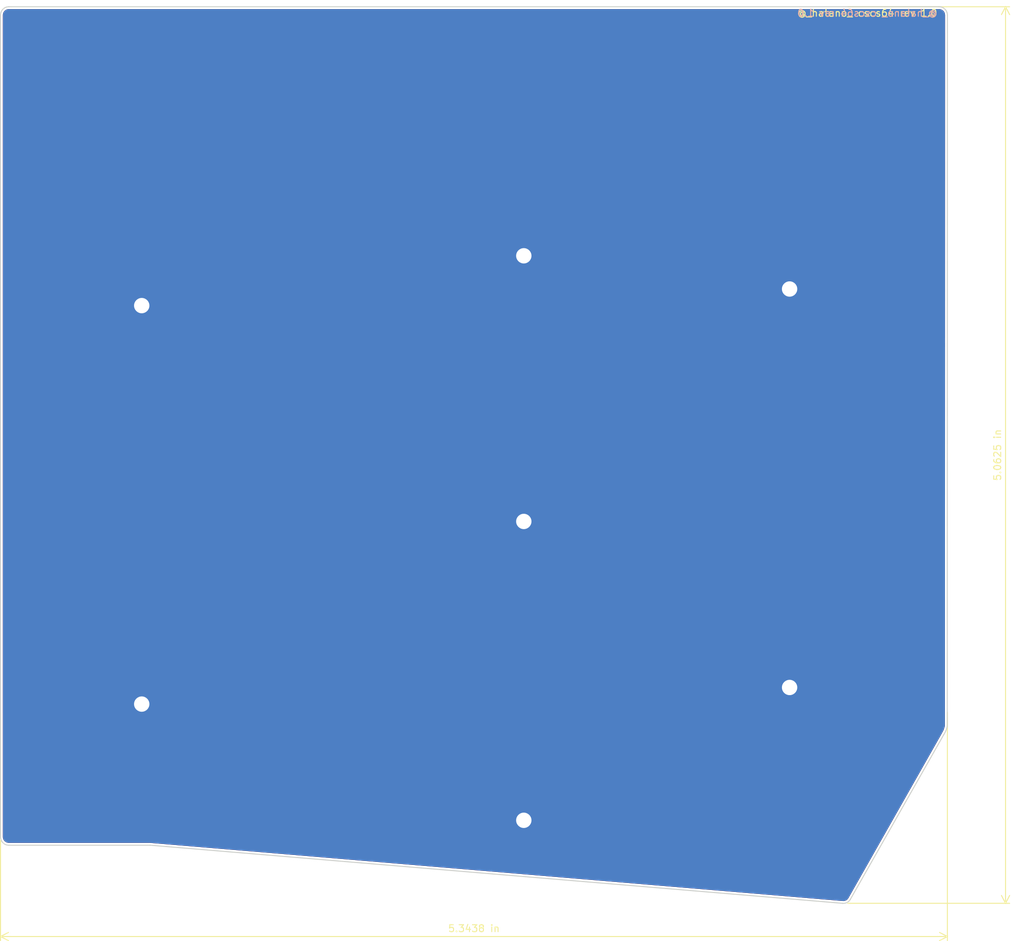
<source format=kicad_pcb>
(kicad_pcb (version 20171130) (host pcbnew "(5.1.0)-1")

  (general
    (thickness 1.6)
    (drawings 35)
    (tracks 0)
    (zones 0)
    (modules 7)
    (nets 2)
  )

  (page A4)
  (layers
    (0 F.Cu signal)
    (31 B.Cu signal)
    (32 B.Adhes user hide)
    (33 F.Adhes user hide)
    (34 B.Paste user hide)
    (35 F.Paste user hide)
    (36 B.SilkS user)
    (37 F.SilkS user)
    (38 B.Mask user)
    (39 F.Mask user)
    (40 Dwgs.User user)
    (41 Cmts.User user hide)
    (42 Eco1.User user)
    (43 Eco2.User user)
    (44 Edge.Cuts user)
    (45 Margin user)
    (46 B.CrtYd user)
    (47 F.CrtYd user)
    (48 B.Fab user hide)
    (49 F.Fab user hide)
  )

  (setup
    (last_trace_width 0.25)
    (trace_clearance 0.2)
    (zone_clearance 0.254)
    (zone_45_only no)
    (trace_min 0.2)
    (via_size 0.8)
    (via_drill 0.4)
    (via_min_size 0.4)
    (via_min_drill 0.3)
    (uvia_size 0.3)
    (uvia_drill 0.1)
    (uvias_allowed no)
    (uvia_min_size 0.2)
    (uvia_min_drill 0.1)
    (edge_width 0.15)
    (segment_width 0.2)
    (pcb_text_width 0.3)
    (pcb_text_size 1.5 1.5)
    (mod_edge_width 0.15)
    (mod_text_size 1 1)
    (mod_text_width 0.15)
    (pad_size 2.4 2.4)
    (pad_drill 2.2)
    (pad_to_mask_clearance 0.051)
    (solder_mask_min_width 0.25)
    (aux_axis_origin 14.68433 13.49361)
    (visible_elements 7FFFFFFF)
    (pcbplotparams
      (layerselection 0x010f0_ffffffff)
      (usegerberextensions true)
      (usegerberattributes false)
      (usegerberadvancedattributes false)
      (creategerberjobfile false)
      (excludeedgelayer true)
      (linewidth 0.100000)
      (plotframeref false)
      (viasonmask false)
      (mode 1)
      (useauxorigin false)
      (hpglpennumber 1)
      (hpglpenspeed 20)
      (hpglpendiameter 15.000000)
      (psnegative false)
      (psa4output false)
      (plotreference true)
      (plotvalue true)
      (plotinvisibletext false)
      (padsonsilk false)
      (subtractmaskfromsilk false)
      (outputformat 1)
      (mirror false)
      (drillshape 0)
      (scaleselection 1)
      (outputdirectory "plots/"))
  )

  (net 0 "")
  (net 1 GND)

  (net_class Default "これはデフォルトのネット クラスです。"
    (clearance 0.2)
    (trace_width 0.25)
    (via_dia 0.8)
    (via_drill 0.4)
    (uvia_dia 0.3)
    (uvia_drill 0.1)
    (add_net GND)
  )

  (module ex64lib:HOLE_M2 (layer F.Cu) (tedit 5C7B3B5E) (tstamp 5CB1D585)
    (at 34.925 56.3563)
    (path /5C42C025)
    (fp_text reference H1 (at 0 -2.54) (layer F.SilkS) hide
      (effects (font (size 0.29972 0.29972) (thickness 0.0762)))
    )
    (fp_text value MountingHole (at 0 2.54) (layer F.SilkS) hide
      (effects (font (size 0.29972 0.29972) (thickness 0.0762)))
    )
    (pad "" thru_hole circle (at 0 0) (size 2.4 2.4) (drill 2.2) (layers *.Cu *.Mask)
      (net 1 GND) (clearance 0.8))
  )

  (module ex64lib:HOLE_M2 (layer F.Cu) (tedit 5C7B3B5E) (tstamp 5CB1D589)
    (at 34.925 113.5063)
    (path /5C42C296)
    (fp_text reference H2 (at 0 -2.54) (layer F.SilkS) hide
      (effects (font (size 0.29972 0.29972) (thickness 0.0762)))
    )
    (fp_text value MountingHole (at 0 2.54) (layer F.SilkS) hide
      (effects (font (size 0.29972 0.29972) (thickness 0.0762)))
    )
    (pad "" thru_hole circle (at 0 0) (size 2.4 2.4) (drill 2.2) (layers *.Cu *.Mask)
      (net 1 GND) (clearance 0.8))
  )

  (module ex64lib:HOLE_M2 (layer F.Cu) (tedit 5CBD94BF) (tstamp 5CB1D58D)
    (at 89.69375 49.2125)
    (path /5C42C3A0)
    (fp_text reference H3 (at 0 -2.54) (layer F.SilkS) hide
      (effects (font (size 0.29972 0.29972) (thickness 0.0762)))
    )
    (fp_text value MountingHole (at 0 2.54) (layer F.SilkS) hide
      (effects (font (size 0.29972 0.29972) (thickness 0.0762)))
    )
    (pad "" thru_hole circle (at 0 0) (size 2.4 2.4) (drill 2.2) (layers *.Cu *.Mask)
      (net 1 GND) (clearance 0.8))
  )

  (module ex64lib:HOLE_M2 (layer F.Cu) (tedit 5C7B3B5E) (tstamp 5CB1D591)
    (at 89.69375 87.3125)
    (path /5C42C4B0)
    (fp_text reference H4 (at 0 -2.54) (layer F.SilkS) hide
      (effects (font (size 0.29972 0.29972) (thickness 0.0762)))
    )
    (fp_text value MountingHole (at 0 2.54) (layer F.SilkS) hide
      (effects (font (size 0.29972 0.29972) (thickness 0.0762)))
    )
    (pad "" thru_hole circle (at 0 0) (size 2.4 2.4) (drill 2.2) (layers *.Cu *.Mask)
      (net 1 GND) (clearance 0.8))
  )

  (module ex64lib:HOLE_M2 (layer F.Cu) (tedit 5C7B3B5E) (tstamp 5CB1D595)
    (at 89.69375 130.175)
    (path /5C42C6CC)
    (fp_text reference H5 (at 0 -2.54) (layer F.SilkS) hide
      (effects (font (size 0.29972 0.29972) (thickness 0.0762)))
    )
    (fp_text value MountingHole (at 0 2.54) (layer F.SilkS) hide
      (effects (font (size 0.29972 0.29972) (thickness 0.0762)))
    )
    (pad "" thru_hole circle (at 0 0) (size 2.4 2.4) (drill 2.2) (layers *.Cu *.Mask)
      (net 1 GND) (clearance 0.8))
  )

  (module ex64lib:HOLE_M2 (layer F.Cu) (tedit 5C7B3B5E) (tstamp 5CB1D599)
    (at 127.79375 53.975)
    (path /5C42C7AE)
    (fp_text reference H6 (at 0 -2.54) (layer F.SilkS) hide
      (effects (font (size 0.29972 0.29972) (thickness 0.0762)))
    )
    (fp_text value MountingHole (at 0 2.54) (layer F.SilkS) hide
      (effects (font (size 0.29972 0.29972) (thickness 0.0762)))
    )
    (pad "" thru_hole circle (at 0 0) (size 2.4 2.4) (drill 2.2) (layers *.Cu *.Mask)
      (net 1 GND) (clearance 0.8))
  )

  (module ex64lib:HOLE_M2 (layer F.Cu) (tedit 5C7B3B5E) (tstamp 5CB1D59D)
    (at 127.79375 111.125)
    (path /5C43AD5B)
    (fp_text reference H7 (at 0 -2.54) (layer F.SilkS) hide
      (effects (font (size 0.29972 0.29972) (thickness 0.0762)))
    )
    (fp_text value MountingHole (at 0 2.54) (layer F.SilkS) hide
      (effects (font (size 0.29972 0.29972) (thickness 0.0762)))
    )
    (pad "" thru_hole circle (at 0 0) (size 2.4 2.4) (drill 2.2) (layers *.Cu *.Mask)
      (net 1 GND) (clearance 0.8))
  )

  (gr_text "\n@_hatano_ cscs64 rev 1.0\n" (at 138.938 13.59355) (layer B.SilkS) (tstamp 5C7FBE34)
    (effects (font (size 1 1) (thickness 0.15)) (justify mirror))
  )
  (gr_arc (start 53.975 32.54375) (end 53.975 31.353125) (angle -90) (layer Eco2.User) (width 0.15))
  (gr_arc (start 15.8748 37.30623) (end 15.8748 36.1156) (angle -90.00096261) (layer Eco2.User) (width 0.15))
  (gr_line (start 52.78433 36.1156) (end 15.8748 36.1156) (layer Eco2.User) (width 0.15))
  (gr_line (start 96.8374 28.97181) (end 93.26567 28.97182) (layer Eco2.User) (width 0.15) (tstamp 5CBD97C7))
  (gr_line (start 96.8374 13.49362) (end 96.8374 28.97181) (layer Eco2.User) (width 0.15))
  (gr_line (start 130.205684 33.860787) (end 93.26559 28.97182) (layer Eco2.User) (width 0.15))
  (gr_arc (start 148.03449 39.68748) (end 150.415749 38.496851) (angle -36.86989765) (layer Eco2.User) (width 0.15))
  (gr_line (start 130.205684 33.860787) (end 149.22512 37.30622) (layer Eco2.User) (width 0.15))
  (gr_line (start 135.382 142.08125) (end 36.115625 133.746875) (layer Eco2.User) (width 0.15) (tstamp 5CB7F75E))
  (gr_line (start 149.86 117.951249) (end 136.483855 141.548359) (layer Eco2.User) (width 0.15) (tstamp 5CB7F75D))
  (gr_arc (start 135.508999 140.938251) (end 135.382 142.08125) (angle -64.3) (layer Eco2.User) (width 0.15) (tstamp 5CB7F75A))
  (gr_line (start 15.875 133.746875) (end 36.115625 133.746875) (layer Eco2.User) (width 0.15))
  (gr_arc (start 15.875 132.55625) (end 14.684375 132.55625) (angle -90) (layer Eco2.User) (width 0.15))
  (gr_line (start 14.684375 37.30625) (end 14.684375 132.55625) (layer Eco2.User) (width 0.15))
  (gr_arc (start 146.812001 115.91925) (end 149.86 117.951249) (angle -21.6) (layer Eco2.User) (width 0.15) (tstamp 5CB7F748))
  (gr_line (start 150.415625 44.45) (end 150.393988 116.686512) (layer Eco2.User) (width 0.15))
  (dimension 135.73125 (width 0.15) (layer F.SilkS)
    (gr_text "135.731 mm" (at 82.55 148.14375) (layer F.SilkS)
      (effects (font (size 1 1) (thickness 0.15)))
    )
    (feature1 (pts (xy 14.684375 114.696875) (xy 14.684375 147.430171)))
    (feature2 (pts (xy 150.415625 114.696875) (xy 150.415625 147.430171)))
    (crossbar (pts (xy 150.415625 146.84375) (xy 14.684375 146.84375)))
    (arrow1a (pts (xy 14.684375 146.84375) (xy 15.810879 146.257329)))
    (arrow1b (pts (xy 14.684375 146.84375) (xy 15.810879 147.430171)))
    (arrow2a (pts (xy 150.415625 146.84375) (xy 149.289121 146.257329)))
    (arrow2b (pts (xy 150.415625 146.84375) (xy 149.289121 147.430171)))
  )
  (dimension 128.5875 (width 0.15) (layer F.SilkS)
    (gr_text "128.588 mm" (at 160.05 77.7875 90) (layer F.SilkS)
      (effects (font (size 1 1) (thickness 0.15)))
    )
    (feature1 (pts (xy 136.128125 13.49375) (xy 159.336421 13.49375)))
    (feature2 (pts (xy 136.128125 142.08125) (xy 159.336421 142.08125)))
    (crossbar (pts (xy 158.75 142.08125) (xy 158.75 13.49375)))
    (arrow1a (pts (xy 158.75 13.49375) (xy 159.336421 14.620254)))
    (arrow1b (pts (xy 158.75 13.49375) (xy 158.163579 14.620254)))
    (arrow2a (pts (xy 158.75 142.08125) (xy 159.336421 140.954746)))
    (arrow2b (pts (xy 158.75 142.08125) (xy 158.163579 140.954746)))
  )
  (gr_line (start 52.784375 32.54375) (end 52.784375 36.1156) (layer Eco2.User) (width 0.15))
  (gr_line (start 73.025045 28.97182) (end 53.975 31.353125) (layer Eco2.User) (width 0.15))
  (gr_line (start 93.26567 28.97182) (end 73.025045 28.97182) (layer Eco2.User) (width 0.15))
  (gr_arc (start 146.812001 115.91925) (end 149.86 117.951249) (angle -21.59530611) (layer Edge.Cuts) (width 0.15))
  (gr_arc (start 135.508999 140.938251) (end 135.382 142.08125) (angle -64.33483042) (layer Edge.Cuts) (width 0.15))
  (gr_arc (start 15.875 132.55625) (end 14.684375 132.55625) (angle -90) (layer Edge.Cuts) (width 0.15))
  (gr_arc (start 149.225 14.684375) (end 150.415625 14.684375) (angle -90) (layer Edge.Cuts) (width 0.15))
  (gr_arc (start 15.875 14.684375) (end 15.875 13.49375) (angle -90) (layer Edge.Cuts) (width 0.15))
  (gr_line (start 14.684375 29.352875) (end 14.684375 14.684375) (layer Edge.Cuts) (width 0.15) (tstamp 5CB70F07))
  (gr_line (start 149.225 13.49375) (end 15.875 13.49375) (layer Edge.Cuts) (width 0.15) (tstamp 5CB70E43))
  (gr_line (start 150.393925 116.686805) (end 150.415625 14.684375) (layer Edge.Cuts) (width 0.15))
  (gr_line (start 136.484226 141.547766) (end 149.86 117.95125) (layer Edge.Cuts) (width 0.15))
  (gr_line (start 36.115625 133.746875) (end 135.382 142.08125) (layer Edge.Cuts) (width 0.15))
  (gr_line (start 15.875 133.746875) (end 36.115625 133.746875) (layer Edge.Cuts) (width 0.15))
  (gr_line (start 14.684375 29.352875) (end 14.684375 132.55625) (layer Edge.Cuts) (width 0.15))
  (gr_text "\n@_hatano_ cscs64 rev 1.0" (at 138.938 13.59355) (layer F.SilkS)
    (effects (font (size 1 1) (thickness 0.15)))
  )

  (zone (net 1) (net_name GND) (layer F.Cu) (tstamp 0) (hatch edge 0.508)
    (connect_pads yes (clearance 0.254))
    (min_thickness 0.254)
    (fill yes (arc_segments 32) (thermal_gap 0.508) (thermal_bridge_width 0.508))
    (polygon
      (pts
        (xy 14.684375 133.746875) (xy 14.684375 13.49375) (xy 150.415625 13.49375) (xy 150.415625 117.078125) (xy 136.128125 142.08125)
        (xy 36.115625 133.746875)
      )
    )
    (filled_polygon
      (pts
        (xy 149.367265 13.965886) (xy 149.504111 14.007202) (xy 149.630326 14.074312) (xy 149.741102 14.164659) (xy 149.832218 14.2748)
        (xy 149.900207 14.400543) (xy 149.942479 14.537099) (xy 149.959622 14.700207) (xy 149.937941 116.615778) (xy 149.755296 117.188261)
        (xy 149.461232 117.730032) (xy 136.103369 141.29495) (xy 136.01329 141.411898) (xy 135.911686 141.50083) (xy 135.794747 141.568329)
        (xy 135.666919 141.611832) (xy 135.52738 141.630438) (xy 135.409754 141.625975) (xy 36.157058 133.29275) (xy 36.138024 133.290875)
        (xy 36.13473 133.290875) (xy 36.131455 133.2906) (xy 36.112373 133.290875) (xy 15.897304 133.290875) (xy 15.732735 133.274739)
        (xy 15.595888 133.233423) (xy 15.469675 133.166314) (xy 15.358898 133.075966) (xy 15.267782 132.965825) (xy 15.199793 132.840083)
        (xy 15.157521 132.703526) (xy 15.140375 132.540388) (xy 15.140375 14.706679) (xy 15.156511 14.54211) (xy 15.197827 14.405264)
        (xy 15.264937 14.279049) (xy 15.355284 14.168273) (xy 15.465425 14.077157) (xy 15.591168 14.009168) (xy 15.727724 13.966896)
        (xy 15.890862 13.94975) (xy 149.202696 13.94975)
      )
    )
  )
  (zone (net 1) (net_name GND) (layer B.Cu) (tstamp 0) (hatch edge 0.508)
    (connect_pads yes (clearance 0.254))
    (min_thickness 0.254)
    (fill yes (arc_segments 32) (thermal_gap 0.508) (thermal_bridge_width 0.508))
    (polygon
      (pts
        (xy 14.684375 133.746875) (xy 14.684375 13.49375) (xy 150.415625 13.49375) (xy 150.415625 117.078125) (xy 136.128125 142.08125)
        (xy 36.115625 133.746875)
      )
    )
    (filled_polygon
      (pts
        (xy 149.367265 13.965886) (xy 149.504111 14.007202) (xy 149.630326 14.074312) (xy 149.741102 14.164659) (xy 149.832218 14.2748)
        (xy 149.900207 14.400543) (xy 149.942479 14.537099) (xy 149.959622 14.700207) (xy 149.937941 116.615778) (xy 149.755296 117.188261)
        (xy 149.461232 117.730032) (xy 136.103369 141.29495) (xy 136.01329 141.411898) (xy 135.911686 141.50083) (xy 135.794747 141.568329)
        (xy 135.666919 141.611832) (xy 135.52738 141.630438) (xy 135.409754 141.625975) (xy 36.157058 133.29275) (xy 36.138024 133.290875)
        (xy 36.13473 133.290875) (xy 36.131455 133.2906) (xy 36.112373 133.290875) (xy 15.897304 133.290875) (xy 15.732735 133.274739)
        (xy 15.595888 133.233423) (xy 15.469675 133.166314) (xy 15.358898 133.075966) (xy 15.267782 132.965825) (xy 15.199793 132.840083)
        (xy 15.157521 132.703526) (xy 15.140375 132.540388) (xy 15.140375 14.706679) (xy 15.156511 14.54211) (xy 15.197827 14.405264)
        (xy 15.264937 14.279049) (xy 15.355284 14.168273) (xy 15.465425 14.077157) (xy 15.591168 14.009168) (xy 15.727724 13.966896)
        (xy 15.890862 13.94975) (xy 149.202696 13.94975)
      )
    )
  )
)

</source>
